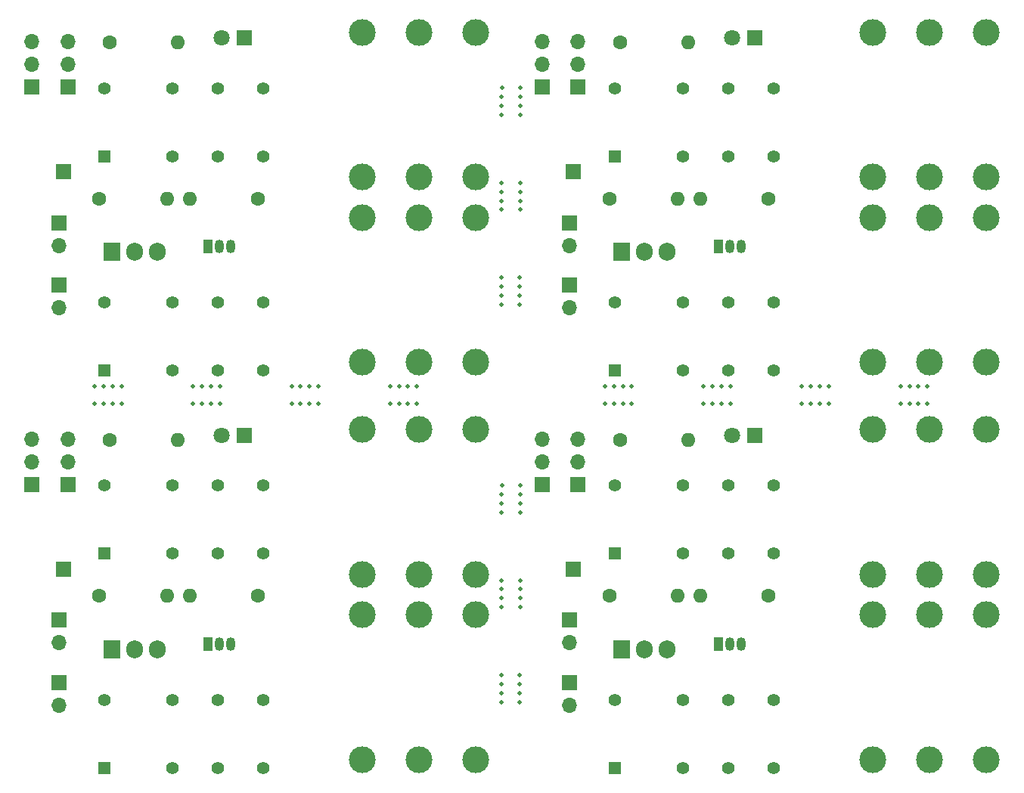
<source format=gbr>
%TF.GenerationSoftware,KiCad,Pcbnew,7.0.9*%
%TF.CreationDate,2024-06-08T21:45:48-04:00*%
%TF.ProjectId,V2 Loop Panel,5632204c-6f6f-4702-9050-616e656c2e6b,rev?*%
%TF.SameCoordinates,Original*%
%TF.FileFunction,Soldermask,Top*%
%TF.FilePolarity,Negative*%
%FSLAX46Y46*%
G04 Gerber Fmt 4.6, Leading zero omitted, Abs format (unit mm)*
G04 Created by KiCad (PCBNEW 7.0.9) date 2024-06-08 21:45:48*
%MOMM*%
%LPD*%
G01*
G04 APERTURE LIST*
%ADD10C,0.500000*%
%ADD11C,1.600000*%
%ADD12O,1.600000X1.600000*%
%ADD13R,1.700000X1.700000*%
%ADD14O,1.700000X1.700000*%
%ADD15R,1.400000X1.400000*%
%ADD16C,1.400000*%
%ADD17R,1.905000X2.000000*%
%ADD18O,1.905000X2.000000*%
%ADD19C,3.000000*%
%ADD20R,1.800000X1.800000*%
%ADD21C,1.800000*%
%ADD22R,1.050000X1.500000*%
%ADD23O,1.050000X1.500000*%
G04 APERTURE END LIST*
D10*
%TO.C,KiKit_MB_5_4*%
X112918762Y-62506889D03*
%TD*%
D11*
%TO.C,LGate1*%
X159510398Y-86010399D03*
D12*
X167130398Y-86010399D03*
%TD*%
D10*
%TO.C,KiKit_MB_3_2*%
X147407698Y-51382798D03*
%TD*%
D13*
%TO.C,In1*%
X94875000Y-29025000D03*
D14*
X94875000Y-26485000D03*
X94875000Y-23945000D03*
%TD*%
D10*
%TO.C,KiKit_MB_28_2*%
X193108318Y-64510398D03*
%TD*%
%TO.C,KiKit_MB_16_4*%
X147433073Y-87265597D03*
%TD*%
D13*
%TO.C,Out1*%
X98875000Y-29025000D03*
D14*
X98875000Y-26485000D03*
X98875000Y-23945000D03*
%TD*%
D10*
%TO.C,KiKit_MB_26_2*%
X171054159Y-64510398D03*
%TD*%
%TO.C,KiKit_MB_8_4*%
X149508651Y-29127599D03*
%TD*%
D13*
%TO.C,In1*%
X152010398Y-73535399D03*
D14*
X152010398Y-70995399D03*
X152010398Y-68455399D03*
%TD*%
D15*
%TO.C,Right1*%
X103017500Y-60762500D03*
D16*
X110637500Y-60762500D03*
X115717500Y-60762500D03*
X120797500Y-60762500D03*
X120797500Y-53142500D03*
X115717500Y-53142500D03*
X110637500Y-53142500D03*
X103017500Y-53142500D03*
%TD*%
D10*
%TO.C,KiKit_MB_6_2*%
X125945840Y-62504285D03*
%TD*%
%TO.C,KiKit_MB_12_3*%
X171054159Y-62506689D03*
%TD*%
%TO.C,KiKit_MB_19_3*%
X114918762Y-64510398D03*
%TD*%
%TO.C,KiKit_MB_5_3*%
X113918762Y-62506689D03*
%TD*%
%TO.C,KiKit_MB_13_1*%
X184081238Y-62504085D03*
%TD*%
D15*
%TO.C,Left/Mono1*%
X103017500Y-81272899D03*
D16*
X110637500Y-81272899D03*
X115717500Y-81272899D03*
X120797500Y-81272899D03*
X120797500Y-73652899D03*
X115717500Y-73652899D03*
X110637500Y-73652899D03*
X103017500Y-73652899D03*
%TD*%
D10*
%TO.C,KiKit_MB_8_2*%
X149508081Y-31127599D03*
%TD*%
D17*
%TO.C,U1*%
X103795000Y-92010399D03*
D18*
X106335000Y-92010399D03*
X108875000Y-92010399D03*
%TD*%
D10*
%TO.C,KiKit_MB_11_4*%
X159027079Y-62509094D03*
%TD*%
%TO.C,KiKit_MB_9_3*%
X149505339Y-40755199D03*
%TD*%
%TO.C,KiKit_MB_26_3*%
X172054159Y-64510398D03*
%TD*%
D19*
%TO.C,Send1*%
X138200000Y-88145399D03*
X138200000Y-104375399D03*
X144550000Y-88145399D03*
X144550000Y-104375399D03*
X131850000Y-88145399D03*
X131850000Y-104375399D03*
%TD*%
D10*
%TO.C,KiKit_MB_2_3*%
X147436014Y-41755198D03*
%TD*%
%TO.C,KiKit_MB_1_2*%
X147470213Y-30127599D03*
%TD*%
%TO.C,KiKit_MB_16_1*%
X147441896Y-84265597D03*
%TD*%
%TO.C,KiKit_MB_11_2*%
X161027079Y-62508694D03*
%TD*%
%TO.C,KiKit_MB_28_1*%
X192108318Y-64510398D03*
%TD*%
D20*
%TO.C,D1*%
X118650000Y-68010399D03*
D21*
X116110000Y-68010399D03*
%TD*%
D10*
%TO.C,KiKit_MB_19_1*%
X112918762Y-64510398D03*
%TD*%
%TO.C,KiKit_MB_7_4*%
X134972920Y-62502479D03*
%TD*%
D22*
%TO.C,QL1*%
X114605000Y-91370399D03*
D23*
X115875000Y-91370399D03*
X117145000Y-91370399D03*
%TD*%
D10*
%TO.C,KiKit_MB_28_4*%
X195108318Y-64510398D03*
%TD*%
%TO.C,KiKit_MB_21_3*%
X136972920Y-64510398D03*
%TD*%
%TO.C,KiKit_MB_24_4*%
X149502597Y-94893197D03*
%TD*%
D20*
%TO.C,D1*%
X175785398Y-23500000D03*
D21*
X173245398Y-23500000D03*
%TD*%
D10*
%TO.C,KiKit_MB_14_3*%
X193108318Y-62502279D03*
%TD*%
%TO.C,KiKit_MB_10_2*%
X149502027Y-52382798D03*
%TD*%
%TO.C,KiKit_MB_21_4*%
X137972920Y-64510398D03*
%TD*%
%TO.C,KiKit_MB_15_2*%
X147470213Y-74637997D03*
%TD*%
%TO.C,KiKit_MB_27_3*%
X183081238Y-64510398D03*
%TD*%
%TO.C,KiKit_MB_5_2*%
X114918762Y-62506489D03*
%TD*%
%TO.C,KiKit_MB_3_1*%
X147410639Y-50382798D03*
%TD*%
%TO.C,KiKit_MB_11_3*%
X160027079Y-62508894D03*
%TD*%
D13*
%TO.C,In1*%
X94875000Y-73535399D03*
D14*
X94875000Y-70995399D03*
X94875000Y-68455399D03*
%TD*%
D19*
%TO.C,Return1*%
X195335398Y-22885000D03*
X195335398Y-39115000D03*
X201685398Y-22885000D03*
X201685398Y-39115000D03*
X188985398Y-22885000D03*
X188985398Y-39115000D03*
%TD*%
D22*
%TO.C,QL1*%
X171740398Y-46860000D03*
D23*
X173010398Y-46860000D03*
X174280398Y-46860000D03*
%TD*%
D10*
%TO.C,KiKit_MB_20_1*%
X123945840Y-64510398D03*
%TD*%
%TO.C,KiKit_MB_19_4*%
X115918762Y-64510398D03*
%TD*%
D13*
%TO.C,J1*%
X98375000Y-83010399D03*
%TD*%
%TO.C,J2*%
X97875000Y-95735399D03*
D14*
X97875000Y-98275399D03*
%TD*%
D13*
%TO.C,J2*%
X97875000Y-51225000D03*
D14*
X97875000Y-53765000D03*
%TD*%
D10*
%TO.C,KiKit_MB_23_1*%
X149504769Y-87265597D03*
%TD*%
%TO.C,KiKit_MB_5_1*%
X115918762Y-62506290D03*
%TD*%
%TO.C,KiKit_MB_26_4*%
X173054159Y-64510398D03*
%TD*%
%TO.C,KiKit_MB_17_2*%
X147407698Y-95893197D03*
%TD*%
%TO.C,KiKit_MB_1_3*%
X147467272Y-31127599D03*
%TD*%
D11*
%TO.C,RLed1*%
X103565000Y-24000000D03*
D12*
X111185000Y-24000000D03*
%TD*%
D10*
%TO.C,KiKit_MB_12_2*%
X172054159Y-62506489D03*
%TD*%
D11*
%TO.C,LeftPD1*%
X177320398Y-41500000D03*
D12*
X169700398Y-41500000D03*
%TD*%
D10*
%TO.C,KiKit_MB_2_4*%
X147433073Y-42755198D03*
%TD*%
%TO.C,KiKit_MB_27_4*%
X184081238Y-64510398D03*
%TD*%
D13*
%TO.C,In1*%
X152010398Y-29025000D03*
D14*
X152010398Y-26485000D03*
X152010398Y-23945000D03*
%TD*%
D10*
%TO.C,KiKit_MB_11_1*%
X162027079Y-62508495D03*
%TD*%
%TO.C,KiKit_MB_10_3*%
X149502312Y-51382798D03*
%TD*%
%TO.C,KiKit_MB_2_1*%
X147441896Y-39755199D03*
%TD*%
%TO.C,KiKit_MB_22_1*%
X149507797Y-76637997D03*
%TD*%
%TO.C,KiKit_MB_8_1*%
X149507797Y-32127599D03*
%TD*%
%TO.C,KiKit_MB_22_4*%
X149508651Y-73637997D03*
%TD*%
%TO.C,KiKit_MB_19_2*%
X113918762Y-64510398D03*
%TD*%
%TO.C,KiKit_MB_4_4*%
X101891682Y-62509094D03*
%TD*%
%TO.C,KiKit_MB_24_2*%
X149502027Y-96893197D03*
%TD*%
%TO.C,KiKit_MB_17_1*%
X147410639Y-94893197D03*
%TD*%
%TO.C,KiKit_MB_15_1*%
X147473154Y-73637997D03*
%TD*%
D11*
%TO.C,LeftPD1*%
X177320398Y-86010399D03*
D12*
X169700398Y-86010399D03*
%TD*%
D15*
%TO.C,Right1*%
X160152898Y-105272899D03*
D16*
X167772898Y-105272899D03*
X172852898Y-105272899D03*
X177932898Y-105272899D03*
X177932898Y-97652899D03*
X172852898Y-97652899D03*
X167772898Y-97652899D03*
X160152898Y-97652899D03*
%TD*%
D15*
%TO.C,Left/Mono1*%
X160152898Y-81272899D03*
D16*
X167772898Y-81272899D03*
X172852898Y-81272899D03*
X177932898Y-81272899D03*
X177932898Y-73652899D03*
X172852898Y-73652899D03*
X167772898Y-73652899D03*
X160152898Y-73652899D03*
%TD*%
D13*
%TO.C,Out1*%
X98875000Y-73535399D03*
D14*
X98875000Y-70995399D03*
X98875000Y-68455399D03*
%TD*%
D10*
%TO.C,KiKit_MB_6_3*%
X124945840Y-62504484D03*
%TD*%
%TO.C,KiKit_MB_22_3*%
X149508366Y-74637997D03*
%TD*%
%TO.C,KiKit_MB_27_2*%
X182081238Y-64510398D03*
%TD*%
%TO.C,KiKit_MB_18_2*%
X102891682Y-64510398D03*
%TD*%
%TO.C,KiKit_MB_12_4*%
X170054159Y-62506889D03*
%TD*%
D13*
%TO.C,J3*%
X97875000Y-88735399D03*
D14*
X97875000Y-91275399D03*
%TD*%
D10*
%TO.C,KiKit_MB_15_3*%
X147467272Y-75637997D03*
%TD*%
%TO.C,KiKit_MB_20_3*%
X125945840Y-64510398D03*
%TD*%
%TO.C,KiKit_MB_8_3*%
X149508366Y-30127599D03*
%TD*%
%TO.C,KiKit_MB_21_2*%
X135972920Y-64510398D03*
%TD*%
%TO.C,KiKit_MB_13_2*%
X183081238Y-62504285D03*
%TD*%
D19*
%TO.C,Send1*%
X195335398Y-88145399D03*
X195335398Y-104375399D03*
X201685398Y-88145399D03*
X201685398Y-104375399D03*
X188985398Y-88145399D03*
X188985398Y-104375399D03*
%TD*%
D10*
%TO.C,KiKit_MB_25_3*%
X161027079Y-64510398D03*
%TD*%
%TO.C,KiKit_MB_12_1*%
X173054159Y-62506290D03*
%TD*%
%TO.C,KiKit_MB_9_2*%
X149505054Y-41755198D03*
%TD*%
D15*
%TO.C,Left/Mono1*%
X103017500Y-36762500D03*
D16*
X110637500Y-36762500D03*
X115717500Y-36762500D03*
X120797500Y-36762500D03*
X120797500Y-29142500D03*
X115717500Y-29142500D03*
X110637500Y-29142500D03*
X103017500Y-29142500D03*
%TD*%
D10*
%TO.C,KiKit_MB_20_4*%
X126945840Y-64510398D03*
%TD*%
%TO.C,KiKit_MB_4_3*%
X102891682Y-62508894D03*
%TD*%
D15*
%TO.C,Right1*%
X160152898Y-60762500D03*
D16*
X167772898Y-60762500D03*
X172852898Y-60762500D03*
X177932898Y-60762500D03*
X177932898Y-53142500D03*
X172852898Y-53142500D03*
X167772898Y-53142500D03*
X160152898Y-53142500D03*
%TD*%
D10*
%TO.C,KiKit_MB_23_2*%
X149505054Y-86265597D03*
%TD*%
%TO.C,KiKit_MB_24_3*%
X149502312Y-95893197D03*
%TD*%
D13*
%TO.C,J1*%
X155510398Y-38500000D03*
%TD*%
D10*
%TO.C,KiKit_MB_6_4*%
X123945840Y-62504684D03*
%TD*%
D15*
%TO.C,Right1*%
X103017500Y-105272899D03*
D16*
X110637500Y-105272899D03*
X115717500Y-105272899D03*
X120797500Y-105272899D03*
X120797500Y-97652899D03*
X115717500Y-97652899D03*
X110637500Y-97652899D03*
X103017500Y-97652899D03*
%TD*%
D10*
%TO.C,KiKit_MB_20_2*%
X124945840Y-64510398D03*
%TD*%
D11*
%TO.C,LGate1*%
X102375000Y-41500000D03*
D12*
X109995000Y-41500000D03*
%TD*%
D10*
%TO.C,KiKit_MB_13_3*%
X182081238Y-62504484D03*
%TD*%
D11*
%TO.C,LGate1*%
X102375000Y-86010399D03*
D12*
X109995000Y-86010399D03*
%TD*%
D10*
%TO.C,KiKit_MB_10_1*%
X149501742Y-53382798D03*
%TD*%
%TO.C,KiKit_MB_14_2*%
X194108318Y-62502080D03*
%TD*%
%TO.C,KiKit_MB_3_4*%
X147401816Y-53382798D03*
%TD*%
%TO.C,KiKit_MB_25_1*%
X159027079Y-64510398D03*
%TD*%
D20*
%TO.C,D1*%
X175785398Y-68010399D03*
D21*
X173245398Y-68010399D03*
%TD*%
D13*
%TO.C,J1*%
X98375000Y-38500000D03*
%TD*%
D10*
%TO.C,KiKit_MB_2_2*%
X147438955Y-40755199D03*
%TD*%
%TO.C,KiKit_MB_3_3*%
X147404757Y-52382798D03*
%TD*%
%TO.C,KiKit_MB_16_3*%
X147436014Y-86265597D03*
%TD*%
%TO.C,KiKit_MB_21_1*%
X134972920Y-64510398D03*
%TD*%
%TO.C,KiKit_MB_16_2*%
X147438955Y-85265597D03*
%TD*%
%TO.C,KiKit_MB_6_1*%
X126945840Y-62504085D03*
%TD*%
D13*
%TO.C,J2*%
X155010398Y-51225000D03*
D14*
X155010398Y-53765000D03*
%TD*%
D10*
%TO.C,KiKit_MB_15_4*%
X147464330Y-76637997D03*
%TD*%
%TO.C,KiKit_MB_28_3*%
X194108318Y-64510398D03*
%TD*%
D22*
%TO.C,QL1*%
X114605000Y-46860000D03*
D23*
X115875000Y-46860000D03*
X117145000Y-46860000D03*
%TD*%
D17*
%TO.C,U1*%
X160930398Y-92010399D03*
D18*
X163470398Y-92010399D03*
X166010398Y-92010399D03*
%TD*%
D13*
%TO.C,J3*%
X155010398Y-44225000D03*
D14*
X155010398Y-46765000D03*
%TD*%
D20*
%TO.C,D1*%
X118650000Y-23500000D03*
D21*
X116110000Y-23500000D03*
%TD*%
D13*
%TO.C,J3*%
X155010398Y-88735399D03*
D14*
X155010398Y-91275399D03*
%TD*%
D10*
%TO.C,KiKit_MB_4_1*%
X104891682Y-62508495D03*
%TD*%
D17*
%TO.C,U1*%
X160930398Y-47500000D03*
D18*
X163470398Y-47500000D03*
X166010398Y-47500000D03*
%TD*%
D19*
%TO.C,Return1*%
X138200000Y-67395399D03*
X138200000Y-83625399D03*
X144550000Y-67395399D03*
X144550000Y-83625399D03*
X131850000Y-67395399D03*
X131850000Y-83625399D03*
%TD*%
D10*
%TO.C,KiKit_MB_10_4*%
X149502597Y-50382798D03*
%TD*%
D13*
%TO.C,Out1*%
X156010398Y-29025000D03*
D14*
X156010398Y-26485000D03*
X156010398Y-23945000D03*
%TD*%
D10*
%TO.C,KiKit_MB_25_2*%
X160027079Y-64510398D03*
%TD*%
%TO.C,KiKit_MB_18_3*%
X103891682Y-64510398D03*
%TD*%
D15*
%TO.C,Left/Mono1*%
X160152898Y-36762500D03*
D16*
X167772898Y-36762500D03*
X172852898Y-36762500D03*
X177932898Y-36762500D03*
X177932898Y-29142500D03*
X172852898Y-29142500D03*
X167772898Y-29142500D03*
X160152898Y-29142500D03*
%TD*%
D17*
%TO.C,U1*%
X103795000Y-47500000D03*
D18*
X106335000Y-47500000D03*
X108875000Y-47500000D03*
%TD*%
D10*
%TO.C,KiKit_MB_23_3*%
X149505339Y-85265597D03*
%TD*%
%TO.C,KiKit_MB_7_1*%
X137972920Y-62501880D03*
%TD*%
D11*
%TO.C,RLed1*%
X103565000Y-68510399D03*
D12*
X111185000Y-68510399D03*
%TD*%
D13*
%TO.C,J3*%
X97875000Y-44225000D03*
D14*
X97875000Y-46765000D03*
%TD*%
D10*
%TO.C,KiKit_MB_9_4*%
X149505624Y-39755199D03*
%TD*%
D19*
%TO.C,Return1*%
X138200000Y-22885000D03*
X138200000Y-39115000D03*
X144550000Y-22885000D03*
X144550000Y-39115000D03*
X131850000Y-22885000D03*
X131850000Y-39115000D03*
%TD*%
D13*
%TO.C,J1*%
X155510398Y-83010399D03*
%TD*%
D19*
%TO.C,Send1*%
X138200000Y-43635000D03*
X138200000Y-59865000D03*
X144550000Y-43635000D03*
X144550000Y-59865000D03*
X131850000Y-43635000D03*
X131850000Y-59865000D03*
%TD*%
D10*
%TO.C,KiKit_MB_18_4*%
X104891682Y-64510398D03*
%TD*%
D19*
%TO.C,Return1*%
X195335398Y-67395399D03*
X195335398Y-83625399D03*
X201685398Y-67395399D03*
X201685398Y-83625399D03*
X188985398Y-67395399D03*
X188985398Y-83625399D03*
%TD*%
%TO.C,Send1*%
X195335398Y-43635000D03*
X195335398Y-59865000D03*
X201685398Y-43635000D03*
X201685398Y-59865000D03*
X188985398Y-43635000D03*
X188985398Y-59865000D03*
%TD*%
D11*
%TO.C,RLed1*%
X160700398Y-24000000D03*
D12*
X168320398Y-24000000D03*
%TD*%
D10*
%TO.C,KiKit_MB_17_3*%
X147404757Y-96893197D03*
%TD*%
%TO.C,KiKit_MB_26_1*%
X170054159Y-64510398D03*
%TD*%
%TO.C,KiKit_MB_18_1*%
X101891682Y-64510398D03*
%TD*%
D13*
%TO.C,Out1*%
X156010398Y-73535399D03*
D14*
X156010398Y-70995399D03*
X156010398Y-68455399D03*
%TD*%
D10*
%TO.C,KiKit_MB_1_1*%
X147473154Y-29127599D03*
%TD*%
D13*
%TO.C,J2*%
X155010398Y-95735399D03*
D14*
X155010398Y-98275399D03*
%TD*%
D10*
%TO.C,KiKit_MB_7_3*%
X135972920Y-62502279D03*
%TD*%
%TO.C,KiKit_MB_4_2*%
X103891682Y-62508694D03*
%TD*%
%TO.C,KiKit_MB_14_1*%
X195108318Y-62501880D03*
%TD*%
%TO.C,KiKit_MB_27_1*%
X181081238Y-64510398D03*
%TD*%
%TO.C,KiKit_MB_9_1*%
X149504769Y-42755198D03*
%TD*%
D11*
%TO.C,LGate1*%
X159510398Y-41500000D03*
D12*
X167130398Y-41500000D03*
%TD*%
D11*
%TO.C,LeftPD1*%
X120185000Y-86010399D03*
D12*
X112565000Y-86010399D03*
%TD*%
D10*
%TO.C,KiKit_MB_7_2*%
X136972920Y-62502080D03*
%TD*%
%TO.C,KiKit_MB_22_2*%
X149508081Y-75637997D03*
%TD*%
%TO.C,KiKit_MB_14_4*%
X192108318Y-62502479D03*
%TD*%
%TO.C,KiKit_MB_24_1*%
X149501742Y-97893197D03*
%TD*%
%TO.C,KiKit_MB_13_4*%
X181081238Y-62504684D03*
%TD*%
D11*
%TO.C,LeftPD1*%
X120185000Y-41500000D03*
D12*
X112565000Y-41500000D03*
%TD*%
D11*
%TO.C,RLed1*%
X160700398Y-68510399D03*
D12*
X168320398Y-68510399D03*
%TD*%
D10*
%TO.C,KiKit_MB_17_4*%
X147401816Y-97893197D03*
%TD*%
%TO.C,KiKit_MB_25_4*%
X162027079Y-64510398D03*
%TD*%
%TO.C,KiKit_MB_23_4*%
X149505624Y-84265597D03*
%TD*%
D22*
%TO.C,QL1*%
X171740398Y-91370399D03*
D23*
X173010398Y-91370399D03*
X174280398Y-91370399D03*
%TD*%
D10*
%TO.C,KiKit_MB_1_4*%
X147464330Y-32127599D03*
%TD*%
M02*

</source>
